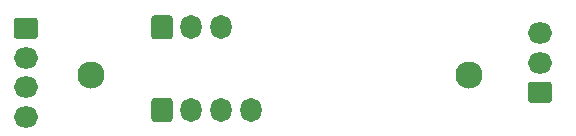
<source format=gbr>
%TF.GenerationSoftware,KiCad,Pcbnew,(5.1.6)-1*%
%TF.CreationDate,2020-08-23T19:38:51+02:00*%
%TF.ProjectId,opto-counter,6f70746f-2d63-46f7-956e-7465722e6b69,rev?*%
%TF.SameCoordinates,Original*%
%TF.FileFunction,Soldermask,Bot*%
%TF.FilePolarity,Negative*%
%FSLAX46Y46*%
G04 Gerber Fmt 4.6, Leading zero omitted, Abs format (unit mm)*
G04 Created by KiCad (PCBNEW (5.1.6)-1) date 2020-08-23 19:38:51*
%MOMM*%
%LPD*%
G01*
G04 APERTURE LIST*
%ADD10O,2.050000X1.800000*%
%ADD11O,1.800000X2.050000*%
%ADD12C,2.300000*%
G04 APERTURE END LIST*
%TO.C,J1*%
G36*
G01*
X48714707Y-29175001D02*
X50235295Y-29175001D01*
G75*
G02*
X50500001Y-29439707I0J-264706D01*
G01*
X50500001Y-30710295D01*
G75*
G02*
X50235295Y-30975001I-264706J0D01*
G01*
X48714707Y-30975001D01*
G75*
G02*
X48450001Y-30710295I0J264706D01*
G01*
X48450001Y-29439707D01*
G75*
G02*
X48714707Y-29175001I264706J0D01*
G01*
G37*
D10*
X49475001Y-32575001D03*
X49475001Y-35075001D03*
X49475001Y-37575001D03*
%TD*%
%TO.C,J2*%
G36*
G01*
X60100000Y-37760294D02*
X60100000Y-36239706D01*
G75*
G02*
X60364706Y-35975000I264706J0D01*
G01*
X61635294Y-35975000D01*
G75*
G02*
X61900000Y-36239706I0J-264706D01*
G01*
X61900000Y-37760294D01*
G75*
G02*
X61635294Y-38025000I-264706J0D01*
G01*
X60364706Y-38025000D01*
G75*
G02*
X60100000Y-37760294I0J264706D01*
G01*
G37*
D11*
X63500000Y-37000000D03*
X66000000Y-37000000D03*
X68500000Y-37000000D03*
%TD*%
%TO.C,J3*%
G36*
G01*
X60100000Y-30760294D02*
X60100000Y-29239706D01*
G75*
G02*
X60364706Y-28975000I264706J0D01*
G01*
X61635294Y-28975000D01*
G75*
G02*
X61900000Y-29239706I0J-264706D01*
G01*
X61900000Y-30760294D01*
G75*
G02*
X61635294Y-31025000I-264706J0D01*
G01*
X60364706Y-31025000D01*
G75*
G02*
X60100000Y-30760294I0J264706D01*
G01*
G37*
X63500000Y-30000000D03*
X66000000Y-30000000D03*
%TD*%
%TO.C,J4*%
G36*
G01*
X93760294Y-36400000D02*
X92239706Y-36400000D01*
G75*
G02*
X91975000Y-36135294I0J264706D01*
G01*
X91975000Y-34864706D01*
G75*
G02*
X92239706Y-34600000I264706J0D01*
G01*
X93760294Y-34600000D01*
G75*
G02*
X94025000Y-34864706I0J-264706D01*
G01*
X94025000Y-36135294D01*
G75*
G02*
X93760294Y-36400000I-264706J0D01*
G01*
G37*
D10*
X93000000Y-33000000D03*
X93000000Y-30500000D03*
%TD*%
D12*
%TO.C,H1*%
X87000000Y-34000000D03*
%TD*%
%TO.C,H2*%
X55000000Y-34000000D03*
%TD*%
M02*

</source>
